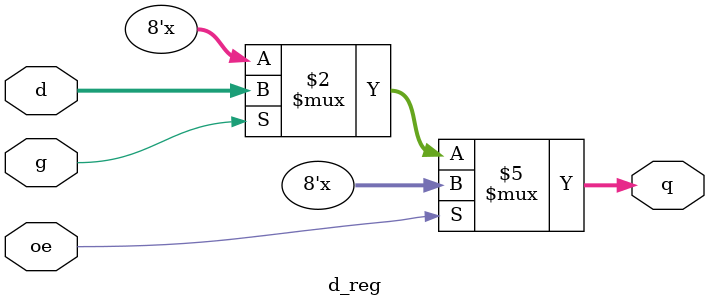
<source format=v>
module d_reg(q,d,oe,g);
output [7:0] q;     // 输出输出端
input [7:0] d;      // 数据输入端
input oe,g;       // 三态控制端（输出使能）、控制信号
reg [7:0] q;

always @(*) begin
    if (oe) begin
        q <= 8'bz;
    end
    else begin
        if (g) begin
            q <= d;
        end
    end
        
end

endmodule

</source>
